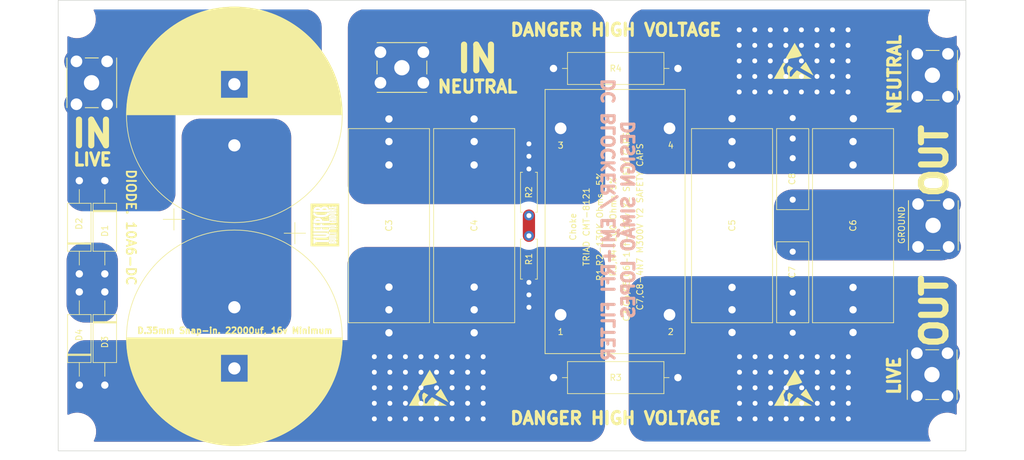
<source format=kicad_pcb>
(kicad_pcb (version 20211014) (generator pcbnew)
  (layers (0 "F.Cu" signal) (31 "B.Cu" signal) (34 "B.Paste" user) (35 "F.Paste" user) (36 "B.SilkS" user "B.Silkscreen") (37 "F.SilkS" user "F.Silkscreen") (38 "B.Mask" user) (39 "F.Mask" user) (44 "Edge.Cuts" user))
  (net 0 "")
  (net 1 "Net-(C1-Pad1)")
  (net 2 "/DC_IN")
  (net 3 "/HOT_IN")
  (net 4 "/NEUTRAL_IN")
  (net 5 "/HOT_OUT")
  (net 6 "/NEUTRAL_OUT")
  (net 7 "/EARTH")
  (net 8 "Net-(D1-Pad2)")
  (net 9 "Net-(R1-Pad2)")
  (footprint "" (layer "F.Cu") (at 186.6392 108.0516)
    (fp_text reference "" (at 0 0) (layer "F.SilkS") (effects (font (size 1.27 1.27))))
    (fp_text value "" (at 0 0) (layer "F.SilkS") (effects (font (size 1.27 1.27))))
    (pad "1" thru_hole circle locked (at 0 0 90) (size 2.4 2.4) (drill 1.2) (layers *.Cu *.Mask) (net 5 "/HOT_OUT"))
  )
  (footprint "" (layer "F.Cu") (at 130.6068 80.518)
    (fp_text reference "" (at 0 0) (layer "F.SilkS") (effects (font (size 1.27 1.27))))
    (fp_text value "" (at 0 0) (layer "F.SilkS") (effects (font (size 1.27 1.27))))
    (pad "2" thru_hole circle locked (at 0 0 90) (size 2.4 2.4) (drill 1.2) (layers *.Cu *.Mask) (net 4 "/NEUTRAL_IN"))
  )
  (footprint "Diode_THT:D_DO-15_P15.24mm_Horizontal" (layer "F.Cu") (at 80.037756 124.026917 90)
    (fp_text reference "D4" (at 8.202917 -0.042649 90) (layer "F.SilkS"))
    (fp_text value "DIODE")
    (pad "1" thru_hole rect locked (at 0 0 90) (size 2.4 2.4) (drill 1.2) (layers *.Cu *.Mask) (net 3 "/HOT_IN"))
    (pad "2" thru_hole oval locked (at 15.24 0 90) (size 2.4 2.4) (drill 1.2) (layers *.Cu *.Mask) (net 8 "Net-(D1-Pad2)"))
  )
  (footprint "MountingHole:MountingHole_3.2mm_M3_DIN965" (layer "F.Cu") (at 79.639507 64.2112)
    (fp_text reference "REF**" hide)
    (fp_text value "MountingHole_3.2mm_M3_DIN965")
    (pad "" np_thru_hole circle locked (at 0 0) (size 3.2 3.2) (drill 3.2) (layers *.Cu *.Mask))
  )
  (footprint "" (layer "F.Cu") (at 186.5884 88.0364)
    (fp_text reference "" (at 0 0) (layer "F.SilkS") (effects (font (size 1.27 1.27))))
    (fp_text value "" (at 0 0) (layer "F.SilkS") (effects (font (size 1.27 1.27))))
    (pad "2" thru_hole circle locked (at 0 0 90) (size 2.4 2.4) (drill 1.2) (layers *.Cu *.Mask) (net 6 "/NEUTRAL_OUT"))
  )
  (footprint "Custom Library:M4_Screw_Terminal" (layer "F.Cu") (at 222.015349 94.415616 -90)
    (fp_text reference "J2" hide)
    (fp_text value "Screw_Terminal_01x01" hide)
    (fp_text user "GROUND" (at 3.44895 7.6708 -90) (layer "F.SilkS"))
    (pad "1" thru_hole circle (at 3.5 2.54 270) (size 5 5) (drill 2.5) (layers *.Cu *.Mask) (net 7 "/EARTH"))
    (pad "1" thru_hole circle (at 0 0 270) (size 4 4) (drill 1.905) (layers *.Cu *.Mask) (net 7 "/EARTH"))
    (pad "1" thru_hole circle (at 7.0104 5.0038 270) (size 4 4) (drill 1.905) (layers *.Cu *.Mask) (net 7 "/EARTH"))
    (pad "1" thru_hole circle (at 7.0104 0 270) (size 4 4) (drill 1.905) (layers *.Cu *.Mask) (net 7 "/EARTH"))
    (pad "1" thru_hole circle (at 0 5.0038 270) (size 4 4) (drill 1.905) (layers *.Cu *.Mask) (net 7 "/EARTH"))
  )
  (footprint "Diode_THT:D_DO-15_P15.24mm_Horizontal" (layer "F.Cu") (at 84.203356 108.786917 -90)
    (fp_text reference "D3" (at 8.205483 -0.008151 90) (layer "F.SilkS"))
    (fp_text value "DIODE")
    (pad "1" thru_hole rect locked (at 0 0 270) (size 2.4 2.4) (drill 1.2) (layers *.Cu *.Mask) (net 8 "Net-(D1-Pad2)"))
    (pad "2" thru_hole oval locked (at 15.24 0 270) (size 2.4 2.4) (drill 1.2) (layers *.Cu *.Mask) (net 3 "/HOT_IN"))
  )
  (footprint "" (layer "F.Cu") (at 196.5452 80.3656)
    (fp_text reference "" (at 0 0) (layer "F.SilkS") (effects (font (size 1.27 1.27))))
    (fp_text value "" (at 0 0) (layer "F.SilkS") (effects (font (size 1.27 1.27))))
    (pad "2" thru_hole circle locked (at 0 0 90) (size 2 2) (drill 1) (layers *.Cu *.Mask) (net 6 "/NEUTRAL_OUT"))
  )
  (footprint "" (layer "F.Cu") (at 153.4668 84.582)
    (fp_text reference "" (at 0 0) (layer "F.SilkS") (effects (font (size 1.27 1.27))))
    (fp_text value "" (at 0 0) (layer "F.SilkS") (effects (font (size 1.27 1.27))))
    (pad "2" thru_hole oval locked (at 0 0 90) (size 1.6 1.6) (drill 0.8) (layers *.Cu *.Mask) (net 4 "/NEUTRAL_IN"))
  )
  (footprint "Diode_THT:D_DO-15_P15.24mm_Horizontal" (layer "F.Cu") (at 84.203356 90.600517 -90)
    (fp_text reference "D1" (at 8.205483 -0.008151 90) (layer "F.SilkS"))
    (fp_text value "DIODE")
    (pad "1" thru_hole rect locked (at 0 0 270) (size 2.4 2.4) (drill 1.2) (layers *.Cu *.Mask) (net 2 "/DC_IN"))
    (pad "2" thru_hole oval locked (at 15.24 0 270) (size 2.4 2.4) (drill 1.2) (layers *.Cu *.Mask) (net 8 "Net-(D1-Pad2)"))
  )
  (footprint "Capacitor_THT:CP_Radial_D35.0mm_P10.00mm_SnapIn" (layer "F.Cu") (at 105.363357 84.8274 90)
    (fp_text reference "C1" hide)
    (fp_text value "CP")
    (pad "1" thru_hole rect locked (at 0 0 90) (size 4 4) (drill 2) (layers *.Cu *.Mask) (net 1 "Net-(C1-Pad1)"))
    (pad "2" thru_hole circle locked (at 10 0 90) (size 4 4) (drill 2) (layers *.Cu *.Mask) (net 2 "/DC_IN"))
  )
  (footprint "" (layer "F.Cu") (at 186.6392 80.4672)
    (fp_text reference "" (at 0 0) (layer "F.SilkS") (effects (font (size 1.27 1.27))))
    (fp_text value "" (at 0 0) (layer "F.SilkS") (effects (font (size 1.27 1.27))))
    (pad "2" thru_hole circle locked (at 0 0 90) (size 2.4 2.4) (drill 1.2) (layers *.Cu *.Mask) (net 6 "/NEUTRAL_OUT"))
  )
  (footprint "Diode_THT:D_DO-15_P15.24mm_Horizontal" (layer "F.Cu") (at 80.037756 105.840517 90)
    (fp_text reference "D2" (at 8.202917 -0.042649 90) (layer "F.SilkS"))
    (fp_text value "DIODE")
    (pad "1" thru_hole rect locked (at 0 0 90) (size 2.4 2.4) (drill 1.2) (layers *.Cu *.Mask) (net 8 "Net-(D1-Pad2)"))
    (pad "2" thru_hole oval locked (at 15.24 0 90) (size 2.4 2.4) (drill 1.2) (layers *.Cu *.Mask) (net 2 "/DC_IN"))
  )
  (footprint "" (layer "F.Cu") (at 144.513993 80.518)
    (fp_text reference "" (at 0 0) (layer "F.SilkS") (effects (font (size 1.27 1.27))))
    (fp_text value "" (at 0 0) (layer "F.SilkS") (effects (font (size 1.27 1.27))))
    (pad "2" thru_hole circle locked (at 0 0 90) (size 2.4 2.4) (drill 1.2) (layers *.Cu *.Mask) (net 4 "/NEUTRAL_IN"))
  )
  (footprint "Capacitor_THT:C_Rect_L31.5mm_W13.0mm_P27.50mm_MKS4" (layer "F.Cu") (at 144.526 111.7092 90)
    (fp_text reference "C4" (at 13.7668 0 90) (layer "F.SilkS"))
    (fp_text value "C")
    (pad "1" thru_hole circle locked (at 0 0 90) (size 2.4 2.4) (drill 1.2) (layers *.Cu *.Mask) (net 3 "/HOT_IN"))
    (pad "2" thru_hole circle locked (at 27.5 0 90) (size 2.4 2.4) (drill 1.2) (layers *.Cu *.Mask) (net 4 "/NEUTRAL_IN"))
  )
  (footprint "Capacitor_THT:C_Rect_L31.5mm_W13.0mm_P27.50mm_MKS4" (layer "F.Cu") (at 186.6392 111.7092 90)
    (fp_text reference "C5" (at 13.7668 0 90) (layer "F.SilkS"))
    (fp_text value "C")
    (pad "1" thru_hole circle locked (at 0 0 90) (size 2.4 2.4) (drill 1.2) (layers *.Cu *.Mask) (net 5 "/HOT_OUT"))
    (pad "2" thru_hole circle locked (at 27.5 0 90) (size 2.4 2.4) (drill 1.2) (layers *.Cu *.Mask) (net 6 "/NEUTRAL_OUT"))
  )
  (footprint "" (layer "F.Cu") (at 206.4004 88.0364)
    (fp_text reference "" (at 0 0) (layer "F.SilkS") (effects (font (size 1.27 1.27))))
    (fp_text value "" (at 0 0) (layer "F.SilkS") (effects (font (size 1.27 1.27))))
    (pad "2" thru_hole circle locked (at 0 0 90) (size 2.4 2.4) (drill 1.2) (layers *.Cu *.Mask) (net 6 "/NEUTRAL_OUT"))
  )
  (footprint "" (layer "F.Cu") (at 153.4668 109.2708)
    (fp_text reference "" (at 0 0) (layer "F.SilkS") (effects (font (size 1.27 1.27))))
    (fp_text value "" (at 0 0) (layer "F.SilkS") (effects (font (size 1.27 1.27))))
    (pad "1" thru_hole circle locked (at 0 0 90) (size 1.6 1.6) (drill 0.8) (layers *.Cu *.Mask) (net 3 "/HOT_IN"))
  )
  (footprint "Symbol:ESD-Logo_6.6x6mm_SilkScreen" (layer "F.Cu") (at 196.70584 71.002912)
    (fp_text reference "REF**" hide)
    (fp_text value "ESD-Logo_6.6x6mm_SilkScreen" hide)
  )
  (footprint "MountingHole:MountingHole_3.2mm_M3_DIN965" (layer "F.Cu") (at 221.727107 64.1604)
    (fp_text reference "REF**" hide)
    (fp_text value "MountingHole_3.2mm_M3_DIN965")
    (pad "" np_thru_hole circle locked (at 0 0) (size 3.2 3.2) (drill 3.2) (layers *.Cu *.Mask))
  )
  (footprint "" (layer "F.Cu") (at 196.5452 115.4684)
    (fp_text reference "" (at 0 0) (layer "F.SilkS") (effects (font (size 1.27 1.27))))
    (fp_text value "" (at 0 0) (layer "F.SilkS") (effects (font (size 1.27 1.27))))
    (pad "1" thru_hole circle locked (at 0 0 90) (size 2 2) (drill 1) (layers *.Cu *.Mask) (net 5 "/HOT_OUT"))
  )
  (footprint "" (layer "F.Cu") (at 206.4004 108.0516)
    (fp_text reference "" (at 0 0) (layer "F.SilkS") (effects (font (size 1.27 1.27))))
    (fp_text value "" (at 0 0) (layer "F.SilkS") (effects (font (size 1.27 1.27))))
    (pad "1" thru_hole circle locked (at 0 0 90) (size 2.4 2.4) (drill 1.2) (layers *.Cu *.Mask) (net 5 "/HOT_OUT"))
  )
  (footprint "" (layer "F.Cu") (at 186.6392 115.4176)
    (fp_text reference "" (at 0 0) (layer "F.SilkS") (effects (font (size 1.27 1.27))))
    (fp_text value "" (at 0 0) (layer "F.SilkS") (effects (font (size 1.27 1.27))))
    (pad "1" thru_hole circle locked (at 0 0 90) (size 2.4 2.4) (drill 1.2) (layers *.Cu *.Mask) (net 5 "/HOT_OUT"))
  )
  (footprint "" (layer "F.Cu") (at 153.4668 86.614)
    (fp_text reference "" (at 0 0) (layer "F.SilkS") (effects (font (size 1.27 1.27))))
    (fp_text value "" (at 0 0) (layer "F.SilkS") (effects (font (size 1.27 1.27))))
    (pad "2" thru_hole oval locked (at 0 0 90) (size 1.6 1.6) (drill 0.8) (layers *.Cu *.Mask) (net 4 "/NEUTRAL_IN"))
  )
  (footprint "" (layer "F.Cu") (at 144.526 108.0008)
    (fp_text reference "" (at 0 0) (layer "F.SilkS") (effects (font (size 1.27 1.27))))
    (fp_text value "" (at 0 0) (layer "F.SilkS") (effects (font (size 1.27 1.27))))
    (pad "1" thru_hole circle locked (at 0 0 90) (size 2.4 2.4) (drill 1.2) (layers *.Cu *.Mask) (net 3 "/HOT_IN"))
  )
  (footprint "Resistor_THT:R_Axial_DIN0516_L15.5mm_D5.0mm_P20.32mm_Horizontal" (layer "F.Cu") (at 157.48 72.2544)
    (fp_text reference "R4" (at 10.16 0) (layer "F.SilkS"))
    (fp_text value "R")
    (pad "1" thru_hole circle locked (at 0 0) (size 2.4 2.4) (drill 1.2) (layers *.Cu *.Mask) (net 4 "/NEUTRAL_IN"))
    (pad "2" thru_hole oval locked (at 20.32 0) (size 2.4 2.4) (drill 1.2) (layers *.Cu *.Mask) (net 6 "/NEUTRAL_OUT"))
  )
  (footprint "Resistor_THT:R_Axial_DIN0207_L6.3mm_D2.5mm_P7.62mm_Horizontal" (layer "F.Cu") (at 153.4668 107.2302 90)
    (fp_text reference "R1" (at 3.81 0 90) (layer "F.SilkS"))
    (fp_text value "R")
    (pad "1" thru_hole circle locked (at 0 0 90) (size 1.6 1.6) (drill 0.8) (layers *.Cu *.Mask) (net 3 "/HOT_IN"))
    (pad "2" thru_hole oval locked (at 7.62 0 90) (size 1.6 1.6) (drill 0.8) (layers *.Cu *.Mask) (net 9 "Net-(R1-Pad2)"))
  )
  (footprint "" (layer "F.Cu") (at 130.6068 88.0364)
    (fp_text reference "" (at 0 0) (layer "F.SilkS") (effects (font (size 1.27 1.27))))
    (fp_text value "" (at 0 0) (layer "F.SilkS") (effects (font (size 1.27 1.27))))
    (pad "2" thru_hole circle locked (at 0 0 90) (size 2.4 2.4) (drill 1.2) (layers *.Cu *.Mask) (net 4 "/NEUTRAL_IN"))
  )
  (footprint "Symbol:ESD-Logo_6.6x6mm_SilkScreen" (layer "F.Cu") (at 137.11744 124.444512)
    (fp_text reference "REF**" hide)
    (fp_text value "ESD-Logo_6.6x6mm_SilkScreen" hide)
  )
  (footprint "Custom Library:Logo 7mm" (layer "F.Cu") (at 120.142 97.8408 90)
    (fp_text reference "G***" hide)
    (fp_text value "LOGO" hide)
  )
  (footprint "Resistor_THT:R_Axial_DIN0207_L6.3mm_D2.5mm_P7.62mm_Horizontal" (layer "F.Cu") (at 153.4668 96.3082 90)
    (fp_text reference "R2" (at 3.81 0 90) (layer "F.SilkS"))
    (fp_text value "R")
    (pad "1" thru_hole circle locked (at 0 0 90) (size 1.6 1.6) (drill 0.8) (layers *.Cu *.Mask) (net 9 "Net-(R1-Pad2)"))
    (pad "2" thru_hole oval locked (at 7.62 0 90) (size 1.6 1.6) (drill 0.8) (layers *.Cu *.Mask) (net 4 "/NEUTRAL_IN"))
  )
  (footprint "Symbol:ESD-Logo_6.6x6mm_SilkScreen" (layer "F.Cu") (at 196.75664 124.444512)
    (fp_text reference "REF**" hide)
    (fp_text value "ESD-Logo_6.6x6mm_SilkScreen" hide)
  )
  (footprint "" (layer "F.Cu") (at 130.6068 108.0008)
    (fp_text reference "" (at 0 0) (layer "F.SilkS") (effects (font (size 1.27 1.27))))
    (fp_text value "" (at 0 0) (layer "F.SilkS") (effects (font (size 1.27 1.27))))
    (pad "1" thru_hole circle locked (at 0 0 90) (size 2.4 2.4) (drill 1.2) (layers *.Cu *.Mask) (net 3 "/HOT_IN"))
  )
  (footprint "Resistor_THT:R_Axial_DIN0516_L15.5mm_D5.0mm_P20.32mm_Horizontal" (layer "F.Cu") (at 157.48 122.8004)
    (fp_text reference "R3" (at 10.16 0) (layer "F.SilkS"))
    (fp_text value "R")
    (pad "1" thru_hole circle locked (at 0 0) (size 2.4 2.4) (drill 1.2) (layers *.Cu *.Mask) (net 3 "/HOT_IN"))
    (pad "2" thru_hole oval locked (at 20.32 0) (size 2.4 2.4) (drill 1.2) (layers *.Cu *.Mask) (net 5 "/HOT_OUT"))
  )
  (footprint "Capacitor_THT:CP_Radial_D35.0mm_P10.00mm_SnapIn" (layer "F.Cu") (at 105.363357 111.2942 -90)
    (fp_text reference "C2" hide)
    (fp_text value "CP")
    (pad "1" thru_hole rect locked (at 0 0 270) (size 4 4) (drill 2) (layers *.Cu *.Mask) (net 1 "Net-(C1-Pad1)"))
    (pad "2" thru_hole circle locked (at 10 0 270) (size 4 4) (drill 2) (layers *.Cu *.Mask) (net 3 "/HOT_IN"))
  )
  (footprint "" (layer "F.Cu") (at 144.526 115.4684)
    (fp_text reference "" (at 0 0) (layer "F.SilkS") (effects (font (size 1.27 1.27))))
    (fp_text value "" (at 0 0) (layer "F.SilkS") (effects (font (size 1.27 1.27))))
    (pad "1" thru_hole circle locked (at 0 0 90) (size 2.4 2.4) (drill 1.2) (layers *.Cu *.Mask) (net 3 "/HOT_IN"))
  )
  (footprint "MountingHole:MountingHole_3.2mm_M3_DIN965" (layer "F.Cu") (at 221.777907 131.6228)
    (fp_text reference "REF**" hide)
    (fp_text value "MountingHole_3.2mm_M3_DIN965")
    (pad "" np_thru_hole circle locked (at 0 0) (size 3.2 3.2) (drill 3.2) (layers *.Cu *.Mask))
  )
  (footprint "" (layer "F.Cu") (at 196.5452 86.9188)
    (fp_text reference "" (at 0 0) (layer "F.SilkS") (effects (font (size 1.27 1.27))))
    (fp_text value "" (at 0 0) (layer "F.SilkS") (effects (font (size 1.27 1.27))))
    (pad "2" thru_hole circle locked (at 0 0 90) (size 2 2) (drill 1) (layers *.Cu *.Mask) (net 6 "/NEUTRAL_OUT"))
  )
  (footprint "" (layer "F.Cu") (at 196.5452 108.9152)
    (fp_text reference "" (at 0 0) (layer "F.SilkS") (effects (font (size 1.27 1.27))))
    (fp_text value "" (at 0 0) (layer "F.SilkS") (effects (font (size 1.27 1.27))))
    (pad "1" thru_hole circle locked (at 0 0 90) (size 2 2) (drill 1) (layers *.Cu *.Mask) (net 5 "/HOT_OUT"))
  )
  (footprint "Custom Library:M4_Screw_Terminal" (layer "F.Cu") (at 221.828707 118.806735 -90)
    (fp_text reference "J4" hide)
    (fp_text value "Screw_Terminal_01x01" hide)
    (fp_text user "LIVE" (at 3.649967 8.725199 90) (layer "F.SilkS") (effects (font (size 2 2) (thickness 0.5))))
    (pad "1" thru_hole circle (at 7.0104 5.0038 270) (size 4 4) (drill 1.905) (layers *.Cu *.Mask) (net 5 "/HOT_OUT"))
    (pad "1" thru_hole circle (at 0 0 270) (size 4 4) (drill 1.905) (layers *.Cu *.Mask) (net 5 "/HOT_OUT"))
    (pad "1" thru_hole circle (at 7.0104 0 270) (size 4 4) (drill 1.905) (layers *.Cu *.Mask) (net 5 "/HOT_OUT"))
    (pad "1" thru_hole circle (at 0 5.0038 270) (size 4 4) (drill 1.905) (layers *.Cu *.Mask) (net 5 "/HOT_OUT"))
    (pad "1" thru_hole circle (at 3.5 2.54 270) (size 5 5) (drill 2.5) (layers *.Cu *.Mask) (net 5 "/HOT_OUT"))
  )
  (footprint "Capacitor_THT:C_Rect_L31.5mm_W13.0mm_P27.50mm_MKS4" (layer "F.Cu") (at 130.6068 111.7092 90)
    (fp_text reference "C3" (at 13.7668 0 90) (layer "F.SilkS"))
    (fp_text value "C")
    (pad "1" thru_hole circle locked (at 0 0 90) (size 2.4 2.4) (drill 1.2) (layers *.Cu *.Mask) (net 3 "/HOT_IN"))
    (pad "2" thru_hole circle locked (at 27.5 0 90) (size 2.4 2.4) (drill 1.2) (layers *.Cu *.Mask) (net 4 "/NEUTRAL_IN"))
  )
  (footprint "Capacitor_THT:C_Rect_L13.0mm_W5.0mm_P10.00mm_FKS3_FKP3_MKS4" (layer "F.Cu") (at 196.5452 93.7092 90)
    (fp_text reference "C8" (at 3.3868 -0.1016 90) (layer "F.SilkS"))
    (fp_text value "C")
    (pad "1" thru_hole circle locked (at 0 0 90) (size 2 2) (drill 1) (layers *.Cu *.Mask) (net 7 "/EARTH"))
    (pad "2" thru_hole circle locked (at 10 0 90) (size 2 2) (drill 1) (layers *.Cu *.Mask) (net 6 "/NEUTRAL_OUT"))
  )
  (footprint "Capacitor_THT:C_Rect_L31.5mm_W13.0mm_P27.50mm_MKS4" (layer "F.Cu") (at 206.4004 111.7092 90)
    (fp_text reference "C6" (at 13.7668 0 90) (layer "F.SilkS"))
    (fp_text value "C")
    (pad "1" thru_hole circle locked (at 0 0 90) (size 2.4 2.4) (drill 1.2) (layers *.Cu *.Mask) (net 5 "/HOT_OUT"))
    (pad "2" thru_hole circle locked (at 27.5 0 90) (size 2.4 2.4) (drill 1.2) (layers *.Cu *.Mask) (net 6 "/NEUTRAL_OUT"))
  )
  (footprint "MountingHole:MountingHole_3.2mm_M3_DIN965" (layer "F.Cu") (at 79.690307 131.6228)
    (fp_text reference "REF**" hide)
    (fp_text value "MountingHole_3.2mm_M3_DIN965")
    (pad "" np_thru_hole circle locked (at 0 0) (size 3.2 3.2) (drill 3.2) (layers *.Cu *.Mask))
  )
  (footprint "" (layer "F.Cu") (at 153.4668 111.3028)
    (fp_text reference "" (at 0 0) (layer "F.SilkS") (effects (font (size 1.27 1.27))))
    (fp_text value "" (at 0 0) (layer "F.SilkS") (effects (font (size 1.27 1.27))))
    (pad "1" thru_hole circle locked (at 0 0 90) (size 1.6 1.6) (drill 0.8) (layers *.Cu *.Mask) (net 3 "/HOT_IN"))
  )
  (footprint "Custom Library:M4_Screw_Terminal" (layer "F.Cu") (at 221.898557 69.866503 -90)
    (fp_text reference "J6" hide)
    (fp_text value "Screw_Terminal_01x01" hide)
    (fp_text user "NEUTRAL" (at 3.395967 8.725199 90) (layer "F.SilkS") (effects (font (size 2 2) (thickness 0.5))))
    (pad "1" thru_hole circle (at 7.0104 5.0038 270) (size 4 4) (drill 1.905) (layers *.Cu *.Mask) (net 6 "/NEUTRAL_OUT"))
    (pad "1" thru_hole circle (at 7.0104 0 270) (size 4 4) (drill 1.905) (layers *.Cu *.Mask) (net 6 "/NEUTRAL_OUT"))
    (pad "1" thru_hole circle (at 0 5.0038 270) (size 4 4) (drill 1.905) (layers *.Cu *.Mask) (net 6 "/NEUTRAL_OUT"))
    (pad "1" thru_hole circle (at 0 0 270) (size 4 4) (drill 1.905) (layers *.Cu *.Mask) (net 6 "/NEUTRAL_OUT"))
    (pad "1" thru_hole circle (at 3.5 2.54 270) (size 5 5) (drill 2.5) (layers *.Cu *.Mask) (net 6 "/NEUTRAL_OUT"))
  )
  (footprint "" (layer "F.Cu") (at 130.6068 115.4684)
    (fp_text reference "" (at 0 0) (layer "F.SilkS") (effects (font (size 1.27 1.27))))
    (fp_text value "" (at 0 0) (layer "F.SilkS") (effects (font (size 1.27 1.27))))
    (pad "1" thru_hole circle locked (at 0 0 90) (size 2.4 2.4) (drill 1.2) (layers *.Cu *.Mask) (net 3 "/HOT_IN"))
  )
  (footprint "Custom Library:M4_Screw_Terminal" (layer "F.Cu") (at 84.578006 71.093317 -90)
    (fp_text reference "J1" hide)
    (fp_text value "Screw_Terminal_01x01" hide)
    (fp_text user "LIVE" (at 16.0528 2.3876 180) (layer "F.SilkS") (effects (font (size 2 2) (thickness 0.5))))
    (pad "1" thru_hole circle (at 7.0104 0 270) (size 4 4) (drill 1.905) (layers *.Cu *.Mask) (net 2 "/DC_IN"))
    (pad "1" thru_hole circle (at 0 0 270) (size 4 4) (drill 1.905) (layers *.Cu *.Mask) (net 2 "/DC_IN"))
    (pad "1" thru_hole circle (at 7.0104 5.0038 270) (size 4 4) (drill 1.905) (layers *.Cu *.Mask) (net 2 "/DC_IN"))
    (pad "1" thru_hole circle (at 3.5 2.54 270) (size 5 5) (drill 2.5) (layers *.Cu *.Mask) (net 2 "/DC_IN"))
    (pad "1" thru_hole circle (at 0 5.0038 270) (size 4 4) (drill 1.905) (layers *.Cu *.Mask) (net 2 "/DC_IN"))
  )
  (footprint "" (layer "F.Cu") (at 206.4004 115.4176)
    (fp_text reference "" (at 0 0) (layer "F.SilkS") (effects (font (size 1.27 1.27))))
    (fp_text value "" (at 0 0) (layer "F.SilkS") (effects (font (size 1.27 1.27))))
    (pad "1" thru_hole circle locked (at 0 0 90) (size 2.4 2.4) (drill 1.2) (layers *.Cu *.Mask) (net 5 "/HOT_OUT"))
  )
  (footprint "" (layer "F.Cu") (at 144.513993 88.0364)
    (fp_text reference "" (at 0 0) (layer "F.SilkS") (effects (font (size 1.27 1.27))))
    (fp_text value "" (at 0 0) (layer "F.SilkS") (effects (font (size 1.27 1.27))))
    (pad "2" thru_hole circle locked (at 0 0 90) (size 2.4 2.4) (drill 1.2) (layers *.Cu *.Mask) (net 4 "/NEUTRAL_IN"))
  )
  (footprint "Capacitor_THT:C_Rect_L13.0mm_W5.0mm_P10.00mm_FKS3_FKP3_MKS4" (layer "F.Cu") (at 196.5452 112.2092 90)
    (fp_text reference "C7" (at 6.6468 -0.1016 90) (layer "F.SilkS"))
    (fp_text value "C")
    (pad "1" thru_hole circle locked (at 0 0 90) (size 2 2) (drill 1) (layers *.Cu *.Mask) (net 5 "/HOT_OUT"))
    (pad "2" thru_hole circle locked (at 10 0 90) (size 2 2) (drill 1) (layers *.Cu *.Mask) (net 7 "/EARTH"))
  )
  (footprint "" (layer "F.Cu") (at 206.4512 80.4672)
    (fp_text reference "" (at 0 0) (layer "F.SilkS") (effects (font (size 1.27 1.27))))
    (fp_text value "" (at 0 0) (layer "F.SilkS") (effects (font (size 1.27 1.27))))
    (pad "2" thru_hole circle locked (at 0 0 90) (size 2.4 2.4) (drill 1.2) (layers *.Cu *.Mask) (net 6 "/NEUTRAL_OUT"))
  )
  (footprint "Custom Library:M4_Screw_Terminal" (layer "F.Cu") (at 129.220307 69.59375)
    (fp_text reference "J3" hide)
    (fp_text value "Screw_Terminal_01x01" hide)
    (fp_text user "NEUTRAL" (at 15.8496 5.64105) (layer "F.SilkS") (effects (font (size 2 2) (thickness 0.5))))
    (pad "1" thru_hole circle (at 7.0104 0) (size 4 4) (drill 1.905) (layers *.Cu *.Mask) (net 4 "/NEUTRAL_IN"))
    (pad "1" thru_hole circle (at 0 5.0038) (size 4 4) (drill 1.905) (layers *.Cu *.Mask) (net 4 "/NEUTRAL_IN"))
    (pad "1" thru_hole circle (at 7.0104 5.0038) (size 4 4) (drill 1.905) (layers *.Cu *.Mask) (net 4 "/NEUTRAL_IN"))
    (pad "1" thru_hole circle (at 0 0) (size 4 4) (drill 1.905) (layers *.Cu *.Mask) (net 4 "/NEUTRAL_IN"))
    (pad "1" thru_hole circle (at 3.5 2.54) (size 5 5) (drill 2.5) (layers *.Cu *.Mask) (net 4 "/NEUTRAL_IN"))
  )
  (footprint "Custom Library:IND_CMT-8121" (layer "B.Cu") (at 167.5384 97.285897 90)
    (fp_text reference "FL1" hide)
    (fp_text value "Choke" hide)
    (pad "1" thru_hole circle (at -15.24 -8.89 90) (size 2.8575 2.8575) (drill 1.905) (layers *.Cu *.Mask) (net 3 "/HOT_IN"))
    (pad "2" thru_hole rect (at -15.24 8.89 90) (size 2.8575 2.8575) (drill 1.905) (layers *.Cu *.Mask) (net 5 "/HOT_OUT"))
    (pad "3" thru_hole circle (at 15.24 -8.89 90) (size 2.8575 2.8575) (drill 1.905) (layers *.Cu *.Mask) (net 4 "/NEUTRAL_IN"))
    (pad "4" thru_hole circle (at 15.24 8.89 90) (size 2.8575 2.8575) (drill 1.905) (layers *.Cu *.Mask) (net 6 "/NEUTRAL_OUT"))
  )
  (gr_rect (start 224.825907 61.1124) (end 76.591507 134.7724) (layer "Edge.Cuts") (width 0.1) (fill none))
  (gr_text "DC BLOCKER/ EMI+RFI FILTER\nDESIGN SIMÃO LOPES" (at 168.0972 96.9772 90) (layer "B.SilkS") (effects (font (size 2 2) (thickness 0.5)) (justify mirror)))
  (gr_text "DANGER HIGH VOLTAGE" (at 167.64 129.4384) (layer "F.SilkS") (effects (font (size 2 2) (thickness 0.5))))
  (gr_text "Choke" (at 160.667063 98.145601 90) (layer "F.SilkS") (effects (font (size 1.001606 1.001606))))
  (gr_text "3" (at 158.6484 84.836) (layer "F.SilkS") (effects (font (size 1 1))))
  (gr_text "OUT	" (at 219.695107 110.152444 90) (layer "F.SilkS") (effects (font (size 4 4) (thickness 1))))
  (gr_text "C3,C4,C5,C6-1uf-310v X2 SAFETY CAPS" (at 169.416324 98.145601 90) (layer "F.SilkS") (effects (font (size 1 1))))
  (gr_text "OUT	" (at 219.695107 85.566387 90) (layer "F.SilkS") (effects (font (size 4 4) (thickness 1))))
  (gr_text "R1,R2-130K Ohms .5%" (at 165.044172 98.145601 90) (layer "F.SilkS") (effects (font (size 1 1))))
  (gr_text "TRIAD CMT-8121" (at 162.856264 98.1456 90) (layer "F.SilkS") (effects (font (size 1.002276 1.002276))))
  (gr_text "IN" (at 82.190406 82.929717) (layer "F.SilkS") (effects (font (size 4.2 4.2) (thickness 1))))
  (gr_text "D.35mm Snap-in. 22000uf, 16v Minimum" (at 105.445907 115.1128) (layer "F.SilkS") (effects (font (size 1 1) (thickness 0.25))))
  (gr_text "R3,R4-100 Ohms 5%" (at 167.230248 98.1456 90) (layer "F.SilkS") (effects (font (size 1 1))))
  (gr_text "DANGER HIGH VOLTAGE" (at 167.675907 65.949373) (layer "F.SilkS") (effects (font (size 2 2) (thickness 0.5))))
  (gr_text "DIODE. 10A6-DC" (at 88.478707 98.2472 270) (layer "F.SilkS") (effects (font (size 1.5 1.5) (thickness 0.3))))
  (gr_text "IN" (at 145.069907 70.6628) (layer "F.SilkS") (effects (font (size 4.2 4.2) (thickness 1))))
  (gr_text "1" (at 158.6484 115.316) (layer "F.SilkS") (effects (font (size 1 1))))
  (gr_text "C7,C8-4N7 M300V Y2 SAFETY CAPS" (at 171.6024 98.1456 90) (layer "F.SilkS") (effects (font (size 1 1))))
  (gr_text "4" (at 176.6316 84.836) (layer "F.SilkS") (effects (font (size 1 1))))
  (gr_text "2" (at 176.6316 115.316) (layer "F.SilkS") (effects (font (size 1 1))))
  (via locked (at 143.4592 127) (size 1.5) (drill 0.8) (layers "F.Cu" "B.Cu") (net 3))
  (via locked (at 130.7592 121.92) (size 1.5) (drill 0.8) (layers "F.Cu" "B.Cu") (net 3))
  (via locked (at 135.8392 129.54) (size 1.5) (drill 0.8) (layers "F.Cu" "B.Cu") (net 3))
  (via locked (at 128.2192 119.38) (size 1.5) (drill 0.8) (layers "F.Cu" "B.Cu") (net 3))
  (via locked (at 143.4592 124.46) (size 1.5) (drill 0.8) (layers "F.Cu" "B.Cu") (net 3))
  (via locked (at 143.4592 129.54) (size 1.5) (drill 0.8) (layers "F.Cu" "B.Cu") (net 3))
  (via locked (at 130.7592 129.54) (size 1.5) (drill 0.8) (layers "F.Cu" "B.Cu") (net 3))
  (via locked (at 140.9192 124.46) (size 1.5) (drill 0.8) (layers "F.Cu" "B.Cu") (net 3))
  (via locked (at 145.9992 127) (size 1.5) (drill 0.8) (layers "F.Cu" "B.Cu") (net 3))
  (via locked (at 145.9992 121.92) (size 1.5) (drill 0.8) (layers "F.Cu" "B.Cu") (net 3))
  (via locked (at 133.2992 129.54) (size 1.5) (drill 0.8) (layers "F.Cu" "B.Cu") (net 3))
  (via locked (at 128.2192 127) (size 1.5) (drill 0.8) (layers "F.Cu" "B.Cu") (net 3))
  (via locked (at 140.9192 129.54) (size 1.5) (drill 0.8) (layers "F.Cu" "B.Cu") (net 3))
  (via locked (at 138.3792 129.54) (size 1.5) (drill 0.8) (layers "F.Cu" "B.Cu") (net 3))
  (via locked (at 138.3792 124.46) (size 1.5) (drill 0.8) (layers "F.Cu" "B.Cu") (net 3))
  (via locked (at 130.7592 119.38) (size 1.5) (drill 0.8) (layers "F.Cu" "B.Cu") (net 3))
  (via locked (at 133.2992 119.38) (size 1.5) (drill 0.8) (layers "F.Cu" "B.Cu") (net 3))
  (via locked (at 135.8392 124.46) (size 1.5) (drill 0.8) (layers "F.Cu" "B.Cu") (net 3))
  (via locked (at 145.9992 119.38) (size 1.5) (drill 0.8) (layers "F.Cu" "B.Cu") (net 3))
  (via locked (at 133.2992 124.46) (size 1.5) (drill 0.8) (layers "F.Cu" "B.Cu") (net 3))
  (via locked (at 130.7592 124.46) (size 1.5) (drill 0.8) (layers "F.Cu" "B.Cu") (net 3))
  (via locked (at 138.3792 121.92) (size 1.5) (drill 0.8) (layers "F.Cu" "B.Cu") (net 3))
  (via locked (at 130.7592 127) (size 1.5) (drill 0.8) (layers "F.Cu" "B.Cu") (net 3))
  (via locked (at 138.3792 119.38) (size 1.5) (drill 0.8) (layers "F.Cu" "B.Cu") (net 3))
  (via locked (at 135.8392 121.92) (size 1.5) (drill 0.8) (layers "F.Cu" "B.Cu") (net 3))
  (via locked (at 140.9192 121.92) (size 1.5) (drill 0.8) (layers "F.Cu" "B.Cu") (net 3))
  (via locked (at 133.2992 121.92) (size 1.5) (drill 0.8) (layers "F.Cu" "B.Cu") (net 3))
  (via locked (at 145.9992 129.54) (size 1.5) (drill 0.8) (layers "F.Cu" "B.Cu") (net 3))
  (via locked (at 145.9992 124.46) (size 1.5) (drill 0.8) (layers "F.Cu" "B.Cu") (net 3))
  (via locked (at 135.8392 127) (size 1.5) (drill 0.8) (layers "F.Cu" "B.Cu") (net 3))
  (via locked (at 128.2192 124.46) (size 1.5) (drill 0.8) (layers "F.Cu" "B.Cu") (net 3))
  (via locked (at 140.9192 119.38) (size 1.5) (drill 0.8) (layers "F.Cu" "B.Cu") (net 3))
  (via locked (at 133.2992 127) (size 1.5) (drill 0.8) (layers "F.Cu" "B.Cu") (net 3))
  (via locked (at 138.3792 127) (size 1.5) (drill 0.8) (layers "F.Cu" "B.Cu") (net 3))
  (via locked (at 143.4592 121.92) (size 1.5) (drill 0.8) (layers "F.Cu" "B.Cu") (net 3))
  (via locked (at 135.8392 119.38) (size 1.5) (drill 0.8) (layers "F.Cu" "B.Cu") (net 3))
  (via locked (at 128.2192 121.92) (size 1.5) (drill 0.8) (layers "F.Cu" "B.Cu") (net 3))
  (via locked (at 128.2192 129.54) (size 1.5) (drill 0.8) (layers "F.Cu" "B.Cu") (net 3))
  (via locked (at 143.4592 119.38) (size 1.5) (drill 0.8) (layers "F.Cu" "B.Cu") (net 3))
  (via locked (at 140.9192 127) (size 1.5) (drill 0.8) (layers "F.Cu" "B.Cu") (net 3))
  (via locked (at 187.8584 129.54) (size 1.5) (drill 0.8) (layers "F.Cu" "B.Cu") (net 5))
  (via locked (at 198.0184 121.92) (size 1.5) (drill 0.8) (layers "F.Cu" "B.Cu") (net 5))
  (via locked (at 192.9384 124.46) (size 1.5) (drill 0.8) (layers "F.Cu" "B.Cu") (net 5))
  (via locked (at 198.0184 124.46) (size 1.5) (drill 0.8) (layers "F.Cu" "B.Cu") (net 5))
  (via locked (at 195.4784 121.92) (size 1.5) (drill 0.8) (layers "F.Cu" "B.Cu") (net 5))
  (via locked (at 198.0184 129.54) (size 1.5) (drill 0.8) (layers "F.Cu" "B.Cu") (net 5))
  (via locked (at 200.5584 127) (size 1.5) (drill 0.8) (layers "F.Cu" "B.Cu") (net 5))
  (via locked (at 200.5584 124.46) (size 1.5) (drill 0.8) (layers "F.Cu" "B.Cu") (net 5))
  (via locked (at 192.9384 129.54) (size 1.5) (drill 0.8) (layers "F.Cu" "B.Cu") (net 5))
  (via locked (at 192.9384 119.38) (size 1.5) (drill 0.8) (layers "F.Cu" "B.Cu") (net 5))
  (via locked (at 195.4784 119.38) (size 1.5) (drill 0.8) (layers "F.Cu" "B.Cu") (net 5))
  (via locked (at 187.8584 119.38) (size 1.5) (drill 0.8) (layers "F.Cu" "B.Cu") (net 5))
  (via locked (at 203.0984 124.46) (size 1.5) (drill 0.8) (layers "F.Cu" "B.Cu") (net 5))
  (via locked (at 205.6384 121.92) (size 1.5) (drill 0.8) (layers "F.Cu" "B.Cu") (net 5))
  (via locked (at 205.6384 119.38) (size 1.5) (drill 0.8) (layers "F.Cu" "B.Cu") (net 5))
  (via locked (at 203.0984 129.54) (size 1.5) (drill 0.8) (layers "F.Cu" "B.Cu") (net 5))
  (via locked (at 192.9384 121.92) (size 1.5) (drill 0.8) (layers "F.Cu" "B.Cu") (net 5))
  (via locked (at 200.5584 121.92) (size 1.5) (drill 0.8) (layers "F.Cu" "B.Cu") (net 5))
  (via locked (at 190.3984 121.92) (size 1.5) (drill 0.8) (layers "F.Cu" "B.Cu") (net 5))
  (via locked (at 205.6384 129.54) (size 1.5) (drill 0.8) (layers "F.Cu" "B.Cu") (net 5))
  (via locked (at 195.4784 127) (size 1.5) (drill 0.8) (layers "F.Cu" "B.Cu") (net 5))
  (via locked (at 190.3984 127) (size 1.5) (drill 0.8) (layers "F.Cu" "B.Cu") (net 5))
  (via locked (at 198.0184 127) (size 1.5) (drill 0.8) (layers "F.Cu" "B.Cu") (net 5))
  (via locked (at 200.5584 129.54) (size 1.5) (drill 0.8) (layers "F.Cu" "B.Cu") (net 5))
  (via locked (at 195.4784 129.54) (size 1.5) (drill 0.8) (layers "F.Cu" "B.Cu") (net 5))
  (via locked (at 190.3984 124.46) (size 1.5) (drill 0.8) (layers "F.Cu" "B.Cu") (net 5))
  (via locked (at 200.5584 119.38) (size 1.5) (drill 0.8) (layers "F.Cu" "B.Cu") (net 5))
  (via locked (at 203.0984 121.92) (size 1.5) (drill 0.8) (layers "F.Cu" "B.Cu") (net 5))
  (via locked (at 205.6384 124.46) (size 1.5) (drill 0.8) (layers "F.Cu" "B.Cu") (net 5))
  (via locked (at 192.9384 127) (size 1.5) (drill 0.8) (layers "F.Cu" "B.Cu") (net 5))
  (via locked (at 203.0984 119.38) (size 1.5) (drill 0.8) (layers "F.Cu" "B.Cu") (net 5))
  (via locked (at 190.3984 129.54) (size 1.5) (drill 0.8) (layers "F.Cu" "B.Cu") (net 5))
  (via locked (at 190.3984 119.38) (size 1.5) (drill 0.8) (layers "F.Cu" "B.Cu") (net 5))
  (via locked (at 195.4784 124.46) (size 1.5) (drill 0.8) (layers "F.Cu" "B.Cu") (net 5))
  (via locked (at 187.8584 124.46) (size 1.5) (drill 0.8) (layers "F.Cu" "B.Cu") (net 5))
  (via locked (at 187.8584 127) (size 1.5) (drill 0.8) (layers "F.Cu" "B.Cu") (net 5))
  (via locked (at 198.0184 119.38) (size 1.5) (drill 0.8) (layers "F.Cu" "B.Cu") (net 5))
  (via locked (at 203.0984 127) (size 1.5) (drill 0.8) (layers "F.Cu" "B.Cu") (net 5))
  (via locked (at 205.6384 127) (size 1.5) (drill 0.8) (layers "F.Cu" "B.Cu") (net 5))
  (via locked (at 187.8584 121.92) (size 1.5) (drill 0.8) (layers "F.Cu" "B.Cu") (net 5))
  (via locked (at 203.0476 71.0184) (size 1.5) (drill 0.8) (layers "F.Cu" "B.Cu") (net 6))
  (via locked (at 200.5076 71.0184) (size 1.5) (drill 0.8) (layers "F.Cu" "B.Cu") (net 6))
  (via locked (at 197.9676 73.5584) (size 1.5) (drill 0.8) (layers "F.Cu" "B.Cu") (net 6))
  (via locked (at 195.4276 71.0184) (size 1.5) (drill 0.8) (layers "F.Cu" "B.Cu") (net 6))
  (via locked (at 203.0476 73.5584) (size 1.5) (drill 0.8) (layers "F.Cu" "B.Cu") (net 6))
  (via locked (at 203.0476 68.4784) (size 1.5) (drill 0.8) (layers "F.Cu" "B.Cu") (net 6))
  (via locked (at 187.8076 76.0984) (size 1.5) (drill 0.8) (layers "F.Cu" "B.Cu") (net 6))
  (via locked (at 205.5876 65.9384) (size 1.5) (drill 0.8) (layers "F.Cu" "B.Cu") (net 6))
  (via locked (at 190.3476 68.4784) (size 1.5) (drill 0.8) (layers "F.Cu" "B.Cu") (net 6))
  (via locked (at 190.3476 71.0184) (size 1.5) (drill 0.8) (layers "F.Cu" "B.Cu") (net 6))
  (via locked (at 205.5876 71.0184) (size 1.5) (drill 0.8) (layers "F.Cu" "B.Cu") (net 6))
  (via locked (at 192.8876 68.4784) (size 1.5) (drill 0.8) (layers "F.Cu" "B.Cu") (net 6))
  (via locked (at 190.3476 73.5584) (size 1.5) (drill 0.8) (layers "F.Cu" "B.Cu") (net 6))
  (via locked (at 192.8876 71.0184) (size 1.5) (drill 0.8) (layers "F.Cu" "B.Cu") (net 6))
  (via locked (at 197.9676 76.0984) (size 1.5) (drill 0.8) (layers "F.Cu" "B.Cu") (net 6))
  (via locked (at 192.8876 76.0984) (size 1.5) (drill 0.8) (layers "F.Cu" "B.Cu") (net 6))
  (via locked (at 195.4276 73.5584) (size 1.5) (drill 0.8) (layers "F.Cu" "B.Cu") (net 6))
  (via locked (at 203.0476 76.0984) (size 1.5) (drill 0.8) (layers "F.Cu" "B.Cu") (net 6))
  (via locked (at 200.5076 68.4784) (size 1.5) (drill 0.8) (layers "F.Cu" "B.Cu") (net 6))
  (via locked (at 203.0476 65.9384) (size 1.5) (drill 0.8) (layers "F.Cu" "B.Cu") (net 6))
  (via locked (at 200.5076 73.5584) (size 1.5) (drill 0.8) (layers "F.Cu" "B.Cu") (net 6))
  (via locked (at 197.9676 71.0184) (size 1.5) (drill 0.8) (layers "F.Cu" "B.Cu") (net 6))
  (via locked (at 190.3476 65.9384) (size 1.5) (drill 0.8) (layers "F.Cu" "B.Cu") (net 6))
  (via locked (at 192.8876 73.5584) (size 1.5) (drill 0.8) (layers "F.Cu" "B.Cu") (net 6))
  (via locked (at 205.5876 73.5584) (size 1.5) (drill 0.8) (layers "F.Cu" "B.Cu") (net 6))
  (via locked (at 190.3476 76.0984) (size 1.5) (drill 0.8) (layers "F.Cu" "B.Cu") (net 6))
  (via locked (at 192.8876 65.9384) (size 1.5) (drill 0.8) (layers "F.Cu" "B.Cu") (net 6))
  (via locked (at 187.8076 65.9384) (size 1.5) (drill 0.8) (layers "F.Cu" "B.Cu") (net 6))
  (via locked (at 195.4276 76.0984) (size 1.5) (drill 0.8) (layers "F.Cu" "B.Cu") (net 6))
  (via locked (at 205.5876 68.4784) (size 1.5) (drill 0.8) (layers "F.Cu" "B.Cu") (net 6))
  (via locked (at 187.8076 68.4784) (size 1.5) (drill 0.8) (layers "F.Cu" "B.Cu") (net 6))
  (via locked (at 205.5876 76.0984) (size 1.5) (drill 0.8) (layers "F.Cu" "B.Cu") (net 6))
  (via locked (at 197.9676 68.4784) (size 1.5) (drill 0.8) (layers "F.Cu" "B.Cu") (net 6))
  (via locked (at 195.4276 68.4784) (size 1.5) (drill 0.8) (layers "F.Cu" "B.Cu") (net 6))
  (via locked (at 197.9676 65.9384) (size 1.5) (drill 0.8) (layers "F.Cu" "B.Cu") (net 6))
  (via locked (at 187.8076 73.5584) (size 1.5) (drill 0.8) (layers "F.Cu" "B.Cu") (net 6))
  (via locked (at 200.5076 76.0984) (size 1.5) (drill 0.8) (layers "F.Cu" "B.Cu") (net 6))
  (via locked (at 187.8076 71.0184) (size 1.5) (drill 0.8) (layers "F.Cu" "B.Cu") (net 6))
  (via locked (at 195.4276 65.9384) (size 1.5) (drill 0.8) (layers "F.Cu" "B.Cu") (net 6))
  (via locked (at 200.5076 65.9384) (size 1.5) (drill 0.8) (layers "F.Cu" "B.Cu") (net 6))
  (segment (start 153.4668 96.3082) (end 153.4668 99.6102) (width 2) (layer "F.Cu") (net 9))
  (zone (net 4) (net_name "/NEUTRAL_IN") (layers F&B.Cu) (connect_pads yes (clearance 1.5)) (min_thickness 0.254) (fill yes (thermal_gap 0.508) (thermal_bridge_width 0.508) (smoothing fillet) (radius 3))
    (polygon (pts (xy 165.9128 94.4372) (xy 123.9012 94.4372) (xy 123.9012 62.5348) (xy 165.9128 62.5348)))
  )
  (zone (net 8) (net_name "Net-(D1-Pad2)") (layers F&B.Cu) (connect_pads yes (clearance 0.508)) (min_thickness 0.254) (fill yes (thermal_gap 0.508) (thermal_bridge_width 0.508) (smoothing fillet) (radius 3))
    (polygon (pts (xy 86.345107 113.792) (xy 77.963107 113.792) (xy 77.963107 100.7364) (xy 86.345107 100.7364)))
  )
  (zone (net 3) (net_name "/HOT_IN") (layers F&B.Cu) (connect_pads yes (clearance 1.5)) (min_thickness 0.254) (fill yes (thermal_gap 0.508) (thermal_bridge_width 0.508) (smoothing fillet) (radius 3))
    (polygon (pts (xy 165.897907 133.35) (xy 78.064707 133.35) (xy 78.064707 116.6876) (xy 123.835507 116.6876) (xy 123.835507 101.4476) (xy 165.897907 101.4476)))
  )
  (zone (net 2) (net_name "/DC_IN") (layers F&B.Cu) (connect_pads yes (clearance 1.5)) (min_thickness 0.254) (fill yes (thermal_gap 0.508) (thermal_bridge_width 0.508) (smoothing fillet) (radius 3))
    (polygon (pts (xy 119.619107 79.2988) (xy 95.743107 79.2988) (xy 95.743107 95.6056) (xy 77.810707 95.6056) (xy 77.810707 62.5348) (xy 119.619107 62.5348)))
  )
  (zone (net 1) (net_name "Net-(C1-Pad1)") (layers F&B.Cu) (connect_pads yes (clearance 0.508)) (min_thickness 0.254) (fill yes (thermal_gap 0.508) (thermal_bridge_width 0.508) (smoothing fillet) (radius 3))
    (polygon (pts (xy 114.640707 115.6208) (xy 96.759107 115.6208) (xy 96.759107 80.4672) (xy 114.640707 80.4672)))
  )
  (zone (net 6) (net_name "/NEUTRAL_OUT") (layers F&B.Cu) (connect_pads yes (clearance 1.5)) (min_thickness 0.254) (fill yes (thermal_gap 0.508) (thermal_bridge_width 0.508) (smoothing fillet) (radius 3))
    (polygon (pts (xy 223.774 89.5096) (xy 169.7736 89.5096) (xy 169.7736 62.484) (xy 223.774 62.484)))
  )
  (zone (net 5) (net_name "/HOT_OUT") (layers F&B.Cu) (connect_pads yes (clearance 1.5)) (min_thickness 0.254) (fill yes (thermal_gap 0.508) (thermal_bridge_width 0.508) (smoothing fillet) (radius 3))
    (polygon (pts (xy 223.774 133.2484) (xy 169.7736 133.2484) (xy 169.7736 106.2228) (xy 223.774 106.2228)))
  )
  (zone (net 7) (net_name "/EARTH") (layers F&B.Cu) (connect_pads yes (clearance 0.508)) (min_thickness 0.254) (fill yes (thermal_gap 0.508) (thermal_bridge_width 0.508) (smoothing fillet) (radius 3))
    (polygon (pts (xy 223.774 103.632) (xy 193.4972 103.632) (xy 193.4972 92.0496) (xy 223.774 92.0496)))
  )
)
</source>
